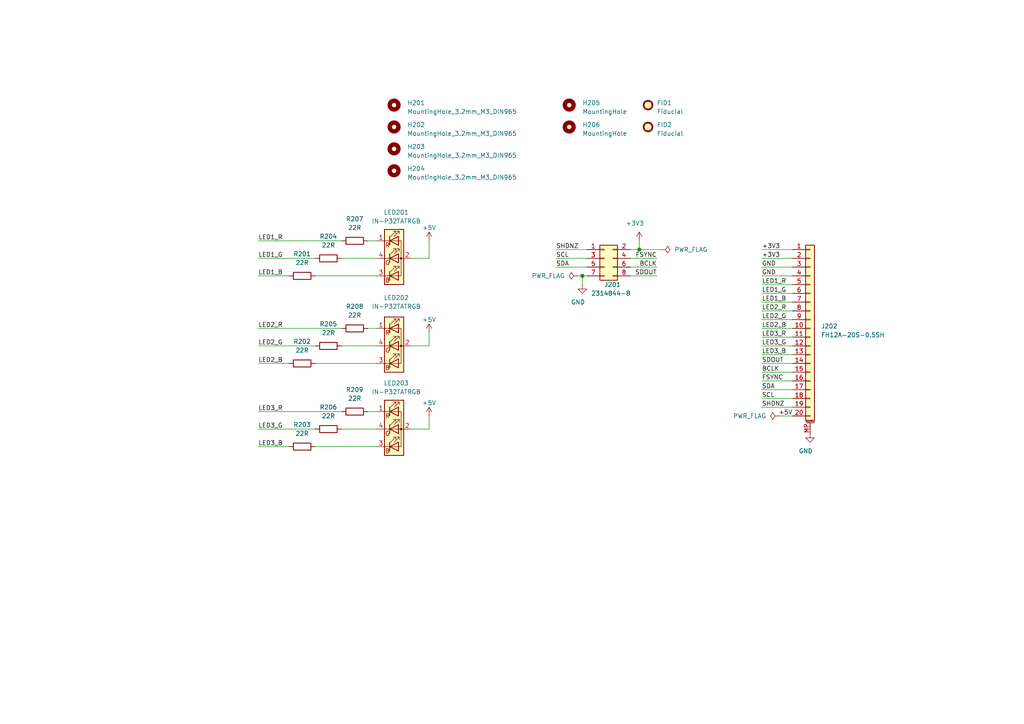
<source format=kicad_sch>
(kicad_sch (version 20210406) (generator eeschema)
  (paper "A4")
  (lib_symbols
    (symbol "Connector_Generic:Conn_02x04_Odd_Even" (pin_names (offset 1.016) hide)
      (property "Reference" "J" (at 1.27 5.08 0))
      (property "Value" "Conn_02x04_Odd_Even" (at 1.27 -7.62 0))
      (symbol "Conn_02x04_Odd_Even_1_1"
        (rectangle (start -1.27 -4.953) (end 0 -5.207) (stroke (width 0.1524)))
        (rectangle (start -1.27 -2.413) (end 0 -2.667) (stroke (width 0.1524)))
        (rectangle (start -1.27 0.127) (end 0 -0.127) (stroke (width 0.1524)))
        (rectangle (start -1.27 2.667) (end 0 2.413) (stroke (width 0.1524)))
        (rectangle (start 3.81 -4.953) (end 2.54 -5.207) (stroke (width 0.1524)))
        (rectangle (start 3.81 -2.413) (end 2.54 -2.667) (stroke (width 0.1524)))
        (rectangle (start 3.81 0.127) (end 2.54 -0.127) (stroke (width 0.1524)))
        (rectangle (start 3.81 2.667) (end 2.54 2.413) (stroke (width 0.1524)))
        (rectangle (start -1.27 3.81) (end 3.81 -6.35) (stroke (width 0.254)) (fill (type background)))
        (pin passive line (at -5.08 2.54 0) (length 3.81) (name "Pin_1") (number "1"))
        (pin passive line (at 7.62 2.54 180) (length 3.81) (name "Pin_2") (number "2"))
        (pin passive line (at -5.08 0 0) (length 3.81) (name "Pin_3") (number "3"))
        (pin passive line (at 7.62 0 180) (length 3.81) (name "Pin_4") (number "4"))
        (pin passive line (at -5.08 -2.54 0) (length 3.81) (name "Pin_5") (number "5"))
        (pin passive line (at 7.62 -2.54 180) (length 3.81) (name "Pin_6") (number "6"))
        (pin passive line (at -5.08 -5.08 0) (length 3.81) (name "Pin_7") (number "7"))
        (pin passive line (at 7.62 -5.08 180) (length 3.81) (name "Pin_8") (number "8"))
      )
    )
    (symbol "Connector_Generic_MountingPin:Conn_01x20_MountingPin" (pin_names (offset 1.016) hide)
      (property "Reference" "J" (at 0 25.4 0))
      (property "Value" "Conn_01x20_MountingPin" (at 1.27 -27.94 0))
      (symbol "Conn_01x20_MountingPin_1_1"
        (text "Mounting" (at 0 -27.051 0) (effects (font (size 0.381 0.381))))
        (rectangle (start -1.27 -25.273) (end 0 -25.527) (stroke (width 0.1524)))
        (rectangle (start -1.27 -22.733) (end 0 -22.987) (stroke (width 0.1524)))
        (rectangle (start -1.27 -20.193) (end 0 -20.447) (stroke (width 0.1524)))
        (rectangle (start -1.27 -17.653) (end 0 -17.907) (stroke (width 0.1524)))
        (rectangle (start -1.27 -15.113) (end 0 -15.367) (stroke (width 0.1524)))
        (rectangle (start -1.27 -12.573) (end 0 -12.827) (stroke (width 0.1524)))
        (rectangle (start -1.27 -10.033) (end 0 -10.287) (stroke (width 0.1524)))
        (rectangle (start -1.27 -7.493) (end 0 -7.747) (stroke (width 0.1524)))
        (rectangle (start -1.27 -4.953) (end 0 -5.207) (stroke (width 0.1524)))
        (rectangle (start -1.27 -2.413) (end 0 -2.667) (stroke (width 0.1524)))
        (rectangle (start -1.27 0.127) (end 0 -0.127) (stroke (width 0.1524)))
        (rectangle (start -1.27 2.667) (end 0 2.413) (stroke (width 0.1524)))
        (rectangle (start -1.27 5.207) (end 0 4.953) (stroke (width 0.1524)))
        (rectangle (start -1.27 7.747) (end 0 7.493) (stroke (width 0.1524)))
        (rectangle (start -1.27 10.287) (end 0 10.033) (stroke (width 0.1524)))
        (rectangle (start -1.27 12.827) (end 0 12.573) (stroke (width 0.1524)))
        (rectangle (start -1.27 15.367) (end 0 15.113) (stroke (width 0.1524)))
        (rectangle (start -1.27 17.907) (end 0 17.653) (stroke (width 0.1524)))
        (rectangle (start -1.27 20.447) (end 0 20.193) (stroke (width 0.1524)))
        (rectangle (start -1.27 22.987) (end 0 22.733) (stroke (width 0.1524)))
        (rectangle (start -1.27 24.13) (end 1.27 -26.67) (stroke (width 0.254)) (fill (type background)))
        (polyline (pts (xy -1.016 -27.432) (xy 1.016 -27.432)) (stroke (width 0.1524)))
        (pin passive line (at -5.08 22.86 0) (length 3.81) (name "Pin_1") (number "1"))
        (pin passive line (at -5.08 0 0) (length 3.81) (name "Pin_10") (number "10"))
        (pin passive line (at -5.08 -2.54 0) (length 3.81) (name "Pin_11") (number "11"))
        (pin passive line (at -5.08 -5.08 0) (length 3.81) (name "Pin_12") (number "12"))
        (pin passive line (at -5.08 -7.62 0) (length 3.81) (name "Pin_13") (number "13"))
        (pin passive line (at -5.08 -10.16 0) (length 3.81) (name "Pin_14") (number "14"))
        (pin passive line (at -5.08 -12.7 0) (length 3.81) (name "Pin_15") (number "15"))
        (pin passive line (at -5.08 -15.24 0) (length 3.81) (name "Pin_16") (number "16"))
        (pin passive line (at -5.08 -17.78 0) (length 3.81) (name "Pin_17") (number "17"))
        (pin passive line (at -5.08 -20.32 0) (length 3.81) (name "Pin_18") (number "18"))
        (pin passive line (at -5.08 -22.86 0) (length 3.81) (name "Pin_19") (number "19"))
        (pin passive line (at -5.08 20.32 0) (length 3.81) (name "Pin_2") (number "2"))
        (pin passive line (at -5.08 -25.4 0) (length 3.81) (name "Pin_20") (number "20"))
        (pin passive line (at -5.08 17.78 0) (length 3.81) (name "Pin_3") (number "3"))
        (pin passive line (at -5.08 15.24 0) (length 3.81) (name "Pin_4") (number "4"))
        (pin passive line (at -5.08 12.7 0) (length 3.81) (name "Pin_5") (number "5"))
        (pin passive line (at -5.08 10.16 0) (length 3.81) (name "Pin_6") (number "6"))
        (pin passive line (at -5.08 7.62 0) (length 3.81) (name "Pin_7") (number "7"))
        (pin passive line (at -5.08 5.08 0) (length 3.81) (name "Pin_8") (number "8"))
        (pin passive line (at -5.08 2.54 0) (length 3.81) (name "Pin_9") (number "9"))
        (pin passive line (at 0 -30.48 90) (length 3.048) (name "MountPin") (number "MP"))
      )
    )
    (symbol "Device:LED_RABG" (pin_names (offset 0) hide)
      (property "Reference" "D" (at 0 9.398 0))
      (property "Value" "LED_RABG" (at 0 -8.89 0))
      (symbol "LED_RABG_0_0"
        (text "B" (at -1.905 -6.35 0) (effects (font (size 1.27 1.27))))
        (text "G" (at -1.905 -1.27 0) (effects (font (size 1.27 1.27))))
        (text "R" (at -1.905 3.81 0) (effects (font (size 1.27 1.27))))
      )
      (symbol "LED_RABG_0_1"
        (circle (center 2.032 0) (radius 0.254) (fill (type outline)))
        (rectangle (start 1.27 -1.27) (end 1.27 1.27))
        (rectangle (start 1.27 1.27) (end 1.27 1.27))
        (rectangle (start 1.27 3.81) (end 1.27 6.35))
        (rectangle (start 1.27 6.35) (end 1.27 6.35))
        (rectangle (start 2.794 8.382) (end -2.794 -7.62) (stroke (width 0.254)) (fill (type background)))
        (polyline (pts (xy -1.27 -5.08) (xy -2.54 -5.08)))
        (polyline (pts (xy -1.27 -5.08) (xy 1.27 -5.08)))
        (polyline (pts (xy -1.27 -3.81) (xy -1.27 -6.35)) (stroke (width 0.254)))
        (polyline (pts (xy -1.27 0) (xy -2.54 0)))
        (polyline (pts (xy -1.27 1.27) (xy -1.27 -1.27)) (stroke (width 0.254)))
        (polyline (pts (xy -1.27 5.08) (xy -2.54 5.08)))
        (polyline (pts (xy -1.27 5.08) (xy 1.27 5.08)))
        (polyline (pts (xy -1.27 6.35) (xy -1.27 3.81)) (stroke (width 0.254)))
        (polyline (pts (xy 1.27 0) (xy -1.27 0)))
        (polyline (pts (xy 1.27 0) (xy 2.54 0)))
        (polyline (pts (xy -1.27 1.27) (xy -1.27 -1.27) (xy -1.27 -1.27)))
        (polyline (pts (xy -1.27 6.35) (xy -1.27 3.81) (xy -1.27 3.81)))
        (polyline (pts (xy 1.27 -5.08) (xy 2.032 -5.08) (xy 2.032 5.08) (xy 1.27 5.08)))
        (polyline (pts (xy 1.27 -3.81) (xy 1.27 -6.35) (xy -1.27 -5.08) (xy 1.27 -3.81)) (stroke (width 0.254)))
        (polyline (pts (xy 1.27 1.27) (xy 1.27 -1.27) (xy -1.27 0) (xy 1.27 1.27)) (stroke (width 0.254)))
        (polyline (pts (xy 1.27 6.35) (xy 1.27 3.81) (xy -1.27 5.08) (xy 1.27 6.35)) (stroke (width 0.254)))
        (polyline (pts (xy -1.016 -3.81) (xy 0.508 -2.286) (xy -0.254 -2.286) (xy 0.508 -2.286) (xy 0.508 -3.048)))
        (polyline (pts (xy -1.016 1.27) (xy 0.508 2.794) (xy -0.254 2.794) (xy 0.508 2.794) (xy 0.508 2.032)))
        (polyline (pts (xy -1.016 6.35) (xy 0.508 7.874) (xy -0.254 7.874) (xy 0.508 7.874) (xy 0.508 7.112)))
        (polyline (pts (xy 0 -3.81) (xy 1.524 -2.286) (xy 0.762 -2.286) (xy 1.524 -2.286) (xy 1.524 -3.048)))
        (polyline (pts (xy 0 1.27) (xy 1.524 2.794) (xy 0.762 2.794) (xy 1.524 2.794) (xy 1.524 2.032)))
        (polyline (pts (xy 0 6.35) (xy 1.524 7.874) (xy 0.762 7.874) (xy 1.524 7.874) (xy 1.524 7.112)))
      )
      (symbol "LED_RABG_1_1"
        (pin passive line (at -5.08 5.08 0) (length 2.54) (name "RK") (number "1"))
        (pin passive line (at 5.08 0 180) (length 2.54) (name "A") (number "2"))
        (pin passive line (at -5.08 -5.08 0) (length 2.54) (name "BK") (number "3"))
        (pin passive line (at -5.08 0 0) (length 2.54) (name "GK") (number "4"))
      )
    )
    (symbol "Device:R" (pin_numbers hide) (pin_names (offset 0))
      (property "Reference" "R" (at 2.032 0 90))
      (property "Value" "R" (at 0 0 90))
      (symbol "R_0_1"
        (rectangle (start -1.016 -2.54) (end 1.016 2.54) (stroke (width 0.254)))
      )
      (symbol "R_1_1"
        (pin passive line (at 0 3.81 270) (length 1.27) (name "~") (number "1"))
        (pin passive line (at 0 -3.81 90) (length 1.27) (name "~") (number "2"))
      )
    )
    (symbol "Mechanical:Fiducial"
      (property "Reference" "FID" (at 0 5.08 0))
      (property "Value" "Fiducial" (at 0 3.175 0))
      (symbol "Fiducial_0_1"
        (circle (center 0 0) (radius 1.27) (stroke (width 0.508)) (fill (type background)))
      )
    )
    (symbol "Mechanical:MountingHole" (pin_names (offset 1.016))
      (property "Reference" "H" (at 0 5.08 0))
      (property "Value" "MountingHole" (at 0 3.175 0))
      (symbol "MountingHole_0_1"
        (circle (center 0 0) (radius 1.27) (stroke (width 1.27)))
      )
    )
    (symbol "power:+3V3" (power) (pin_names (offset 0))
      (property "Value" "+3V3" (at 0 3.556 0))
      (symbol "+3V3_0_1"
        (polyline (pts (xy -0.762 1.27) (xy 0 2.54)))
        (polyline (pts (xy 0 0) (xy 0 2.54)))
        (polyline (pts (xy 0 2.54) (xy 0.762 1.27)))
      )
      (symbol "+3V3_1_1"
        (pin power_in line (at 0 0 90) (length 0) hide (name "+3V3") (number "1"))
      )
    )
    (symbol "power:+5V" (power) (pin_names (offset 0))
      (property "Value" "+5V" (at 0 3.556 0))
      (symbol "+5V_0_1"
        (polyline (pts (xy -0.762 1.27) (xy 0 2.54)))
        (polyline (pts (xy 0 0) (xy 0 2.54)))
        (polyline (pts (xy 0 2.54) (xy 0.762 1.27)))
      )
      (symbol "+5V_1_1"
        (pin power_in line (at 0 0 90) (length 0) hide (name "+5V") (number "1"))
      )
    )
    (symbol "power:GND" (power) (pin_names (offset 0))
      (property "Value" "GND" (at 0 -3.81 0))
      (symbol "GND_0_1"
        (polyline (pts (xy 0 0) (xy 0 -1.27) (xy 1.27 -1.27) (xy 0 -2.54) (xy -1.27 -1.27) (xy 0 -1.27)))
      )
      (symbol "GND_1_1"
        (pin power_in line (at 0 0 270) (length 0) hide (name "GND") (number "1"))
      )
    )
    (symbol "power:PWR_FLAG" (power) (pin_numbers hide) (pin_names (offset 0) hide)
      (property "Value" "PWR_FLAG" (at 0 3.81 0))
      (symbol "PWR_FLAG_0_0"
        (pin power_out line (at 0 0 90) (length 0) (name "pwr") (number "1"))
      )
      (symbol "PWR_FLAG_0_1"
        (polyline (pts (xy 0 0) (xy 0 1.27) (xy -1.016 1.905) (xy 0 2.54) (xy 1.016 1.905) (xy 0 1.27)))
      )
    )
  )
  (junction (at 168.91 80.01) (diameter 1.016))
  (junction (at 185.42 72.39) (diameter 1.016))
  (wire (pts (xy 74.93 69.85) (xy 99.06 69.85)))
  (wire (pts (xy 74.93 74.93) (xy 91.44 74.93)))
  (wire (pts (xy 74.93 80.01) (xy 83.82 80.01)))
  (wire (pts (xy 74.93 95.25) (xy 99.06 95.25)))
  (wire (pts (xy 74.93 100.33) (xy 91.44 100.33)))
  (wire (pts (xy 74.93 105.41) (xy 83.82 105.41)))
  (wire (pts (xy 74.93 119.38) (xy 99.06 119.38)))
  (wire (pts (xy 74.93 124.46) (xy 91.44 124.46)))
  (wire (pts (xy 74.93 129.54) (xy 83.82 129.54)))
  (wire (pts (xy 91.44 80.01) (xy 109.22 80.01)))
  (wire (pts (xy 91.44 105.41) (xy 109.22 105.41)))
  (wire (pts (xy 91.44 129.54) (xy 109.22 129.54)))
  (wire (pts (xy 99.06 74.93) (xy 109.22 74.93)))
  (wire (pts (xy 99.06 100.33) (xy 109.22 100.33)))
  (wire (pts (xy 99.06 124.46) (xy 109.22 124.46)))
  (wire (pts (xy 106.68 69.85) (xy 109.22 69.85)))
  (wire (pts (xy 106.68 95.25) (xy 109.22 95.25)))
  (wire (pts (xy 106.68 119.38) (xy 109.22 119.38)))
  (wire (pts (xy 119.38 74.93) (xy 124.46 74.93)))
  (wire (pts (xy 119.38 100.33) (xy 124.46 100.33)))
  (wire (pts (xy 119.38 124.46) (xy 124.46 124.46)))
  (wire (pts (xy 124.46 69.85) (xy 124.46 74.93)))
  (wire (pts (xy 124.46 100.33) (xy 124.46 96.52)))
  (wire (pts (xy 124.46 124.46) (xy 124.46 120.65)))
  (wire (pts (xy 168.91 80.01) (xy 167.64 80.01)))
  (wire (pts (xy 168.91 80.01) (xy 168.91 82.55)))
  (wire (pts (xy 170.18 72.39) (xy 161.29 72.39)))
  (wire (pts (xy 170.18 74.93) (xy 161.29 74.93)))
  (wire (pts (xy 170.18 77.47) (xy 161.29 77.47)))
  (wire (pts (xy 170.18 80.01) (xy 168.91 80.01)))
  (wire (pts (xy 185.42 69.85) (xy 185.42 72.39)))
  (wire (pts (xy 185.42 72.39) (xy 182.88 72.39)))
  (wire (pts (xy 190.5 74.93) (xy 182.88 74.93)))
  (wire (pts (xy 190.5 77.47) (xy 182.88 77.47)))
  (wire (pts (xy 190.5 80.01) (xy 182.88 80.01)))
  (wire (pts (xy 191.77 72.39) (xy 185.42 72.39)))
  (wire (pts (xy 220.98 72.39) (xy 229.87 72.39)))
  (wire (pts (xy 220.98 74.93) (xy 229.87 74.93)))
  (wire (pts (xy 220.98 77.47) (xy 229.87 77.47)))
  (wire (pts (xy 220.98 80.01) (xy 229.87 80.01)))
  (wire (pts (xy 220.98 82.55) (xy 229.87 82.55)))
  (wire (pts (xy 220.98 85.09) (xy 229.87 85.09)))
  (wire (pts (xy 220.98 87.63) (xy 229.87 87.63)))
  (wire (pts (xy 220.98 90.17) (xy 229.87 90.17)))
  (wire (pts (xy 220.98 92.71) (xy 229.87 92.71)))
  (wire (pts (xy 220.98 95.25) (xy 229.87 95.25)))
  (wire (pts (xy 220.98 97.79) (xy 229.87 97.79)))
  (wire (pts (xy 220.98 100.33) (xy 229.87 100.33)))
  (wire (pts (xy 220.98 102.87) (xy 229.87 102.87)))
  (wire (pts (xy 220.98 105.41) (xy 229.87 105.41)))
  (wire (pts (xy 220.98 107.95) (xy 229.87 107.95)))
  (wire (pts (xy 220.98 110.49) (xy 229.87 110.49)))
  (wire (pts (xy 220.98 113.03) (xy 229.87 113.03)))
  (wire (pts (xy 220.98 115.57) (xy 229.87 115.57)))
  (wire (pts (xy 220.98 118.11) (xy 229.87 118.11)))
  (wire (pts (xy 226.06 120.65) (xy 229.87 120.65)))
  (label "LED1_R" (at 74.93 69.85 0))
  (label "LED1_G" (at 74.93 74.93 0))
  (label "LED1_B" (at 74.93 80.01 0))
  (label "LED2_R" (at 74.93 95.25 0))
  (label "LED2_G" (at 74.93 100.33 0))
  (label "LED2_B" (at 74.93 105.41 0))
  (label "LED3_R" (at 74.93 119.38 0))
  (label "LED3_G" (at 74.93 124.46 0))
  (label "LED3_B" (at 74.93 129.54 0))
  (label "SHDNZ" (at 161.29 72.39 0))
  (label "SCL" (at 161.29 74.93 0))
  (label "SDA" (at 161.29 77.47 0))
  (label "FSYNC" (at 190.5 74.93 180))
  (label "BCLK" (at 190.5 77.47 180))
  (label "SDOUT" (at 190.5 80.01 180))
  (label "+3V3" (at 220.98 72.39 0))
  (label "+3V3" (at 220.98 74.93 0))
  (label "GND" (at 220.98 77.47 0))
  (label "GND" (at 220.98 80.01 0))
  (label "LED1_R" (at 220.98 82.55 0))
  (label "LED1_G" (at 220.98 85.09 0))
  (label "LED1_B" (at 220.98 87.63 0))
  (label "LED2_R" (at 220.98 90.17 0))
  (label "LED2_G" (at 220.98 92.71 0))
  (label "LED2_B" (at 220.98 95.25 0))
  (label "LED3_R" (at 220.98 97.79 0))
  (label "LED3_G" (at 220.98 100.33 0))
  (label "LED3_B" (at 220.98 102.87 0))
  (label "SDOUT" (at 220.98 105.41 0))
  (label "BCLK" (at 220.98 107.95 0))
  (label "FSYNC" (at 220.98 110.49 0))
  (label "SDA" (at 220.98 113.03 0))
  (label "SCL" (at 220.98 115.57 0))
  (label "SHDNZ" (at 220.98 118.11 0))
  (label "+5V" (at 229.87 120.65 180))
  (symbol (lib_id "power:+5V") (at 124.46 69.85 0) (unit 1)
    (property "Reference" "#PWR0101" (effects hide))
    (property "Value" "+5V" (at 124.46 66.04 0))
  )
  (symbol (lib_id "power:+5V") (at 124.46 96.52 0) (unit 1)
    (property "Reference" "#PWR0102" (effects hide))
    (property "Value" "+5V" (at 124.46 92.71 0))
  )
  (symbol (lib_id "power:+5V") (at 124.46 120.65 0) (unit 1)
    (property "Reference" "#PWR0103" (effects hide))
    (property "Value" "+5V" (at 124.46 116.84 0))
  )
  (symbol (lib_id "power:+3V3") (at 185.42 69.85 0) (mirror y) (unit 1)
    (property "Reference" "#PWR0105" (effects hide))
    (property "Value" "+3V3" (at 184.15 64.77 0))
  )
  (symbol (lib_id "power:PWR_FLAG") (at 167.64 80.01 90) (mirror x) (unit 1)
    (property "Reference" "#FLG0102" (effects hide))
    (property "Value" "PWR_FLAG" (at 163.83 80.01 90) (effects (justify left)))
  )
  (symbol (lib_id "power:PWR_FLAG") (at 191.77 72.39 270) (unit 1)
    (property "Reference" "#FLG0101" (effects hide))
    (property "Value" "PWR_FLAG" (at 195.58 72.39 90) (effects (justify left)))
  )
  (symbol (lib_id "power:PWR_FLAG") (at 226.06 120.65 90) (unit 1)
    (property "Reference" "#FLG0103" (effects hide))
    (property "Value" "PWR_FLAG" (at 222.25 120.65 90) (effects (justify left)))
  )
  (symbol (lib_id "power:GND") (at 168.91 82.55 0) (mirror y) (unit 1)
    (property "Reference" "#PWR0104" (effects hide))
    (property "Value" "GND" (at 167.64 87.63 0))
  )
  (symbol (lib_id "power:GND") (at 234.95 125.73 0) (mirror y) (unit 1)
    (property "Reference" "#PWR0106" (effects hide))
    (property "Value" "GND" (at 233.68 130.81 0))
  )
  (symbol (lib_id "Mechanical:Fiducial") (at 187.96 30.48 0) (unit 1)
    (property "Reference" "FID1" (at 190.5 29.8449 0) (effects (justify left)))
    (property "Value" "Fiducial" (at 190.5 32.3849 0) (effects (justify left)))
    (property "Footprint" "Fiducial:Fiducial_1mm_Mask2mm" (effects hide))
  )
  (symbol (lib_id "Mechanical:Fiducial") (at 187.96 36.83 0) (unit 1)
    (property "Reference" "FID2" (at 190.5 36.1949 0) (effects (justify left)))
    (property "Value" "Fiducial" (at 190.5 38.7349 0) (effects (justify left)))
    (property "Footprint" "Fiducial:Fiducial_1mm_Mask2mm" (effects hide))
  )
  (symbol (lib_id "Mechanical:MountingHole") (at 114.3 30.48 0) (unit 1)
    (property "Reference" "H201" (at 118.11 29.8449 0) (effects (justify left)))
    (property "Value" "MountingHole_3.2mm_M3_DIN965" (at 118.11 32.3849 0) (effects (justify left)))
    (property "Footprint" "MountingHole:MountingHole_3.2mm_M3_DIN965" (effects hide))
  )
  (symbol (lib_id "Mechanical:MountingHole") (at 114.3 36.83 0) (unit 1)
    (property "Reference" "H202" (at 118.11 36.1949 0) (effects (justify left)))
    (property "Value" "MountingHole_3.2mm_M3_DIN965" (at 118.11 38.7349 0) (effects (justify left)))
    (property "Footprint" "MountingHole:MountingHole_3.2mm_M3_DIN965" (effects hide))
  )
  (symbol (lib_id "Mechanical:MountingHole") (at 114.3 43.18 0) (unit 1)
    (property "Reference" "H203" (at 118.11 42.5449 0) (effects (justify left)))
    (property "Value" "MountingHole_3.2mm_M3_DIN965" (at 118.11 45.0849 0) (effects (justify left)))
    (property "Footprint" "MountingHole:MountingHole_3.2mm_M3_DIN965" (effects hide))
  )
  (symbol (lib_id "Mechanical:MountingHole") (at 114.3 49.53 0) (unit 1)
    (property "Reference" "H204" (at 118.11 48.8949 0) (effects (justify left)))
    (property "Value" "MountingHole_3.2mm_M3_DIN965" (at 118.11 51.4349 0) (effects (justify left)))
    (property "Footprint" "MountingHole:MountingHole_3.2mm_M3_DIN965" (effects hide))
  )
  (symbol (lib_id "Mechanical:MountingHole") (at 165.1 30.48 0) (unit 1)
    (property "Reference" "H205" (at 168.91 29.8449 0) (effects (justify left)))
    (property "Value" "MountingHole" (at 168.91 32.3849 0) (effects (justify left)))
  )
  (symbol (lib_id "Mechanical:MountingHole") (at 165.1 36.83 0) (unit 1)
    (property "Reference" "H206" (at 168.91 36.1949 0) (effects (justify left)))
    (property "Value" "MountingHole" (at 168.91 38.7349 0) (effects (justify left)))
  )
  (symbol (lib_id "Device:R") (at 87.63 80.01 90) (unit 1)
    (property "Reference" "R201" (at 87.63 73.66 90))
    (property "Value" "22R" (at 87.63 76.2 90))
    (property "Footprint" "Resistor_SMD:R_0603_1608Metric" (effects hide))
  )
  (symbol (lib_id "Device:R") (at 87.63 105.41 90) (unit 1)
    (property "Reference" "R202" (at 87.63 99.06 90))
    (property "Value" "22R" (at 87.63 101.6 90))
    (property "Footprint" "Resistor_SMD:R_0603_1608Metric" (effects hide))
  )
  (symbol (lib_id "Device:R") (at 87.63 129.54 90) (unit 1)
    (property "Reference" "R203" (at 87.63 123.19 90))
    (property "Value" "22R" (at 87.63 125.73 90))
    (property "Footprint" "Resistor_SMD:R_0603_1608Metric" (effects hide))
  )
  (symbol (lib_id "Device:R") (at 95.25 74.93 90) (unit 1)
    (property "Reference" "R204" (at 95.25 68.58 90))
    (property "Value" "22R" (at 95.25 71.12 90))
    (property "Footprint" "Resistor_SMD:R_0603_1608Metric" (effects hide))
  )
  (symbol (lib_id "Device:R") (at 95.25 100.33 90) (unit 1)
    (property "Reference" "R205" (at 95.25 93.98 90))
    (property "Value" "22R" (at 95.25 96.52 90))
    (property "Footprint" "Resistor_SMD:R_0603_1608Metric" (effects hide))
  )
  (symbol (lib_id "Device:R") (at 95.25 124.46 90) (unit 1)
    (property "Reference" "R206" (at 95.25 118.11 90))
    (property "Value" "22R" (at 95.25 120.65 90))
    (property "Footprint" "Resistor_SMD:R_0603_1608Metric" (effects hide))
  )
  (symbol (lib_id "Device:R") (at 102.87 69.85 90) (unit 1)
    (property "Reference" "R207" (at 102.87 63.5 90))
    (property "Value" "22R" (at 102.87 66.04 90))
    (property "Footprint" "Resistor_SMD:R_0603_1608Metric" (effects hide))
  )
  (symbol (lib_id "Device:R") (at 102.87 95.25 90) (unit 1)
    (property "Reference" "R208" (at 102.87 88.9 90))
    (property "Value" "22R" (at 102.87 91.44 90))
    (property "Footprint" "Resistor_SMD:R_0603_1608Metric" (effects hide))
  )
  (symbol (lib_id "Device:R") (at 102.87 119.38 90) (unit 1)
    (property "Reference" "R209" (at 102.87 113.03 90))
    (property "Value" "22R" (at 102.87 115.57 90))
    (property "Footprint" "Resistor_SMD:R_0603_1608Metric" (effects hide))
  )
  (symbol (lib_id "Connector_Generic:Conn_02x04_Odd_Even") (at 175.26 74.93 0) (unit 1)
    (property "Reference" "J201" (at 175.26 82.55 0) (effects (justify left)))
    (property "Value" "2314844-8" (at 171.45 85.09 0) (effects (justify left)))
    (property "Footprint" "jeffmakes-footprints:PinSocket_2x04_P2.00mm_Vertical_SMD_Bottom_or_Top_Entry_AMPMODU" (effects hide))
  )
  (symbol (lib_id "Device:LED_RABG") (at 114.3 74.93 0) (unit 1)
    (property "Reference" "LED201" (at 114.935 61.595 0))
    (property "Value" "IN-P32TATRGB" (at 114.935 64.135 0))
    (property "Footprint" "LED_SMD:LED_Avago_PLCC4_3.2x2.8mm_CW" (effects hide))
  )
  (symbol (lib_id "Device:LED_RABG") (at 114.3 100.33 0) (unit 1)
    (property "Reference" "LED202" (at 114.935 86.36 0))
    (property "Value" "IN-P32TATRGB" (at 114.935 88.9 0))
    (property "Footprint" "LED_SMD:LED_Avago_PLCC4_3.2x2.8mm_CW" (effects hide))
  )
  (symbol (lib_id "Device:LED_RABG") (at 114.3 124.46 0) (unit 1)
    (property "Reference" "LED203" (at 114.935 111.125 0))
    (property "Value" "IN-P32TATRGB" (at 114.935 113.665 0))
    (property "Footprint" "LED_SMD:LED_Avago_PLCC4_3.2x2.8mm_CW" (effects hide))
  )
  (symbol (lib_id "Connector_Generic_MountingPin:Conn_01x20_MountingPin") (at 234.95 95.25 0) (unit 1)
    (property "Reference" "J202" (at 238.125 94.615 0) (effects (justify left)))
    (property "Value" "FH12A-20S-0.5SH" (at 238.125 97.155 0) (effects (justify left)))
    (property "Footprint" "Connector_FFC-FPC:Hirose_FH12-20S-0.5SH_1x20-1MP_P0.50mm_Horizontal" (effects hide))
  )
)
</source>
